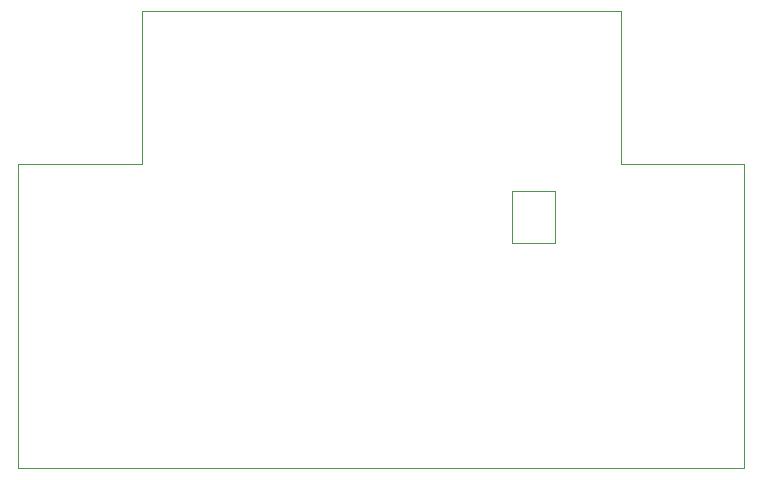
<source format=gbr>
%TF.GenerationSoftware,Altium Limited,Altium Designer,20.0.9 (164)*%
G04 Layer_Color=0*
%FSLAX26Y26*%
%MOIN*%
%TF.FileFunction,Other,Mechanical_16*%
%TF.Part,Single*%
G01*
G75*
%TA.AperFunction,NonConductor*%
%ADD86C,0.001968*%
D86*
X3653594Y105669D02*
Y1119842D01*
X1233909Y105669D02*
X3653594D01*
X1233909D02*
Y1119842D01*
X1646508D01*
Y1629685D01*
X3240996D01*
Y1119842D02*
Y1629685D01*
Y1119842D02*
X3653594D01*
X2879134Y855276D02*
Y1028504D01*
X3020866Y855276D02*
Y1028504D01*
X2879134D02*
X3020866D01*
X2879134Y855276D02*
X3020866D01*
%TF.MD5,1431cadd1c23009c811524fca42d6a42*%
M02*

</source>
